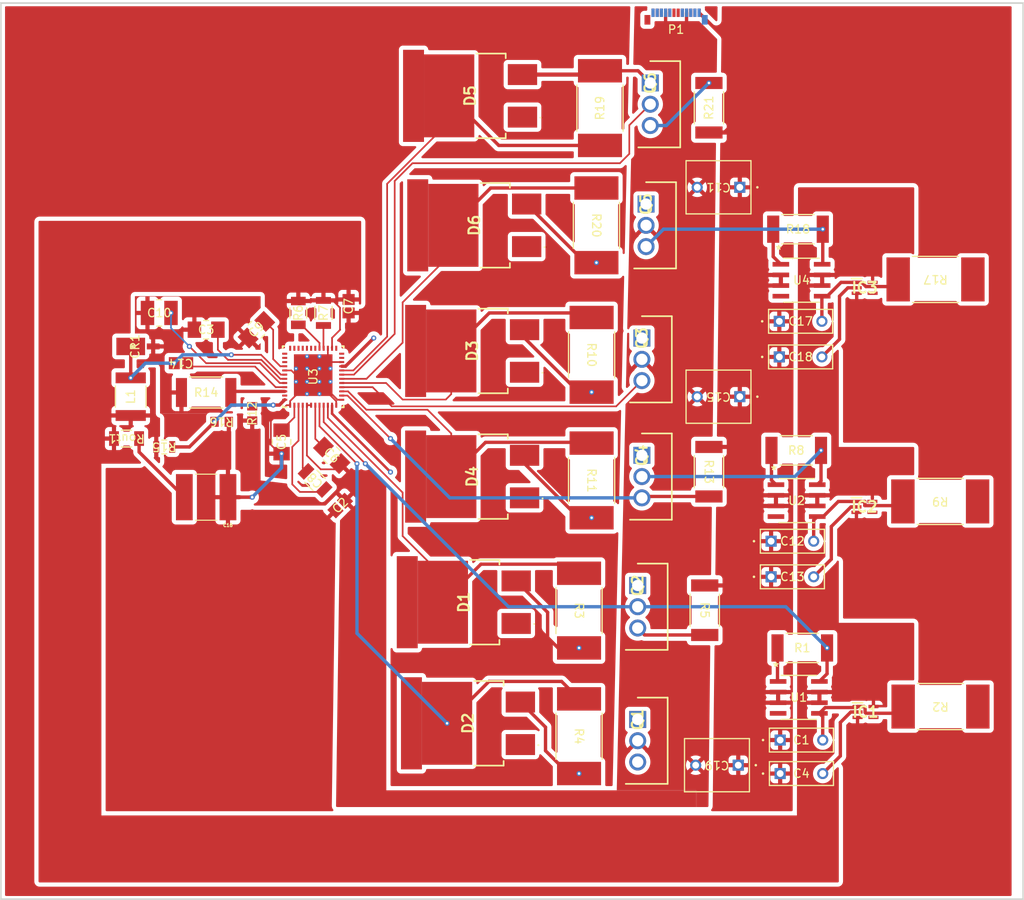
<source format=kicad_pcb>
(kicad_pcb (version 20241229) (generator "pcbnew") (generator_version "9.0")
  (layers (0 "F.Cu" signal) (4 "In1.Cu" signal) (6 "In2.Cu" signal) (2 "B.Cu" signal) (13 "F.Paste" user) (15 "B.Paste" user) (5 "F.SilkS" user "F.Silkscreen") (7 "B.SilkS" user "B.Silkscreen") (1 "F.Mask" user) (3 "B.Mask" user) (25 "Edge.Cuts" user))
  (net 0 "")
  (net 1 "GND")
  (net 2 "Net-(IC3-B)")
  (net 3 "Net-(IC2-B)")
  (net 4 "/ATV Motor Driver/Supply")
  (net 5 "/ATV Motor Driver/SW3")
  (net 6 "/ATV Motor Driver/SW2")
  (net 7 "/ATV Motor Driver/SW1")
  (net 8 "Net-(IC1-B)")
  (net 9 "Net-(D1-A)")
  (net 12 "/ATV Motor Driver/GL_A")
  (net 13 "/ATV Motor Driver/GH_A")
  (net 15 "Net-(D2-A)")
  (net 18 "/ATV Motor Driver/GH_B")
  (net 19 "Net-(D3-A)")
  (net 23 "/ATV Motor Driver/GL_B")
  (net 24 "Net-(D4-A)")
  (net 27 "Net-(D5-A)")
  (net 28 "/ATV Motor Driver/GL_C")
  (net 29 "Net-(D6-A)")
  (net 32 "/ATV Motor Driver/GH_C")
  (net 33 "/ATV Motor Driver/CURRENT_FILTER")
  (net 34 "/ATV Motor Driver/SH_A")
  (net 35 "/ATV Motor Driver/SPA")
  (net 36 "/ATV Motor Driver/SH_B")
  (net 37 "/ATV Motor Driver/SPB")
  (net 38 "/ATV Motor Driver/SH_C")
  (net 39 "/ATV Motor Driver/SPC")
  (net 40 "/ATV Motor Driver/PH_A")
  (net 41 "/ATV Motor Driver/PH_B")
  (net 42 "/ATV Motor Driver/CURRENT_A")
  (net 43 "/ATV Motor Driver/PH_C")
  (net 44 "/ATV Motor Driver/CURRENT_B")
  (net 45 "/ATV Motor Driver/CURRENT_C")
  (net 46 "Net-(U3-VIN)")
  (net 49 "/DRV8350rhrgzr/SOC")
  (net 50 "/DRV8350rhrgzr/SOA")
  (net 51 "/DRV8350rhrgzr/INLA")
  (net 52 "/DRV8350rhrgzr/SDO")
  (net 53 "/DRV8350rhrgzr/INLB")
  (net 54 "/DRV8350rhrgzr/SOB")
  (net 55 "/DRV8350rhrgzr/INLC")
  (net 56 "/DRV8350rhrgzr/INHA")
  (net 57 "/DRV8350rhrgzr/FAULT")
  (net 58 "/DRV8350rhrgzr/INHC")
  (net 59 "/DRV8350rhrgzr/INHB")
  (net 60 "Net-(U3-VGLS)")
  (net 61 "Net-(U3-VCP)")
  (net 62 "Net-(U3-CPH)")
  (net 63 "Net-(U3-CPL)")
  (net 64 "Net-(U3-VCC)")
  (net 65 "Net-(U3-SW)")
  (net 66 "Net-(U3-BST)")
  (net 67 "Net-(C16-Pad2)")
  (net 68 "Net-(U3-RT_SD)")
  (net 69 "Net-(U3-RCL)")
  (net 70 "Net-(U3-FB)")
  (net 75 "Net-(U3-DVDD)")
  (net 77 "VCC")
  (footprint "ATV_Footprint:RES_VMS-R500-1.0-U_IAT" (layer "F.Cu") (at 145.1411 105)
    (property "Reference" "R1")
    (property "Value" "VMS-R500-1.0-U" (hide yes))
  )
  (footprint "ATV_Footprint:CAP_R82E-7P4X2P6-5P0_KEM" (layer "F.Cu") (at 141.42 92.2556)
    (property "Reference" "C12")
    (property "Value" "R82EC1100AA50J" (hide yes))
  )
  (footprint "ATV_Footprint:RES_3550_TEC" (layer "F.Cu") (at 118.5 100.54 -90)
    (property "Reference" "R3")
    (property "Value" "35501K0JT" (hide yes))
  )
  (footprint "ATV_Footprint:POWERMITE1_DO-216AA_MIS_MCH" (layer "F.Cu") (at 65.5207 69 90)
    (property "Reference" "CR1")
    (property "Value" "UPS115UE3/TR7" (hide yes))
  )
  (footprint "ATV_Footprint:RES_VMS-R500-1.0-U_IAT" (layer "F.Cu") (at 144.4205 81.4118)
    (property "Reference" "R8")
    (property "Value" "VMS-R500-1.0-U" (hide yes))
  )
  (footprint "ATV_Footprint:CAP_R82E-7P5X6P1-5P0_KEM" (layer "F.Cu") (at 137.6844 75 180)
    (property "Reference" "C15")
    (property "Value" "R82EC4100DQ70J" (hide yes))
  )
  (footprint "ATV_Footprint:CAPC220145_88N_KEM" (layer "F.Cu") (at 71 71 180)
    (property "Reference" "C14")
    (property "Value" "C0805C103K1RACAUTO" (hide yes))
  )
  (footprint "ATV_Footprint:RES_3550_TEC" (layer "F.Cu") (at 118.5 115.54 -90)
    (property "Reference" "R4")
    (property "Value" "35501K0JT")
  )
  (footprint "ATV_Footprint:CAPC370290_115N_KEM" (layer "F.Cu") (at 68.402798 65)
    (property "Reference" "C10")
    (property "Value" "C1210X474K1RACAUTO" (hide yes))
  )
  (footprint "ATV_Footprint:RES_CRCW_0805" (layer "F.Cu") (at 69 81 180)
    (property "Reference" "R15")
    (property "Value" "CRCW08053K01FKEA" (hide yes))
  )
  (footprint "ATV_Footprint:CAP_R82E-7P4X2P6-5P0_KEM" (layer "F.Cu") (at 142.5 116)
    (property "Reference" "C1")
    (property "Value" "R82EC1100AA50J" (hide yes))
  )
  (footprint "ATV_Footprint:TO254P500X1010X2050-3P" (layer "F.Cu") (at 126.5 52 -90)
    (property "Reference" "Q5")
    (property "Value" "R6020ENXC7G" (hide yes))
  )
  (footprint "ATV_Footprint:RGZ0048L" (layer "F.Cu") (at 86.7763 72.6164 90)
    (property "Reference" "U3")
    (property "Value" "DRV8353RHRGZR" (hide yes))
  )
  (footprint "ATV_Footprint:CAP_R82E-7P4X2P6-5P0_KEM" (layer "F.Cu") (at 141.42 96.5068)
    (property "Reference" "C13")
    (property "Value" "R82EC2150AA50K" (hide yes))
  )
  (footprint "ATV_Footprint:CAPC370195_180N_KEM" (layer "F.Cu") (at 83 80.402798 90)
    (property "Reference" "C5")
    (property "Value" "C1206X105K1RACAUTO" (hide yes))
  )
  (footprint "ATV_Footprint:RES_VMS-R500-1.0-U_IAT" (layer "F.Cu") (at 133.5 100.4967 -90)
    (property "Reference" "R5")
    (property "Value" "VMS-R500-1.0-U" (hide yes))
  )
  (footprint "ATV_Footprint:RES_RMCF1206_STP" (layer "F.Cu") (at 64.5014 80 180)
    (property "Reference" "Rout1")
    (property "Value" "RMCF1206FT3R00" (hide yes))
  )
  (footprint "ATV_Footprint:RES_RMCF2512_STP" (layer "F.Cu") (at 74 74.5)
    (property "Reference" "R14")
    (property "Value" "RMCF2512FT332K" (hide yes))
  )
  (footprint "ATV_Footprint:RES_3550_TEC" (layer "F.Cu") (at 161.6344 112 180)
    (property "Reference" "R2")
    (property "Value" "35501K0JT" (hide yes))
  )
  (footprint "ATV_Footprint:CAPC6153X670N" (layer "F.Cu") (at 74 87 180)
    (property "Reference" "C16")
    (property "Value" "KRM55WR72A226MH01L")
  )
  (footprint "ATV_Footprint:TO254P500X1010X2050-3P" (layer "F.Cu") (at 127 37.5423 -90)
    (property "Reference" "Q6")
    (property "Value" "R6020ENXC7G" (hide yes))
  )
  (footprint "ATV_Footprint:TO254P500X1010X2050-3P" (layer "F.Cu") (at 126 82 -90)
    (property "Reference" "Q4")
    (property "Value" "R6020ENXC7G" (hide yes))
  )
  (footprint "ATV_Footprint:CAPC370195_180N_KEM" (layer "F.Cu") (at 80 67 45)
    (property "Reference" "C9")
    (property "Value" "C1206X105K1RACAUTO" (hide yes))
  )
  (footprint "ATV_Footprint:SOT65P210X110-5N" (layer "F.Cu") (at 152.5846 62)
    (property "Reference" "IC3")
    (property "Value" "SN74LVC1G66DCKR" (hide yes))
  )
  (footprint "ATV_Footprint:YQ30NL10SEFHTL" (layer "F.Cu") (at 105 114 90)
    (property "Reference" "D2")
    (property "Value" "YQ20NL10SDTL" (hide yes))
  )
  (footprint "ATV_Footprint:R_8_ADI" (layer "F.Cu") (at 144.7206 110.905)
    (property "Reference" "U1")
    (property "Value" "AD8418WBRZ")
  )
  (footprint "ATV_Footprint:YQ30NL10SEFHTL" (layer "F.Cu") (at 105.5 84.54 90)
    (property "Reference" "D4")
    (property "Value" "YQ20NL10SDTL" (hide yes))
  )
  (footprint "ATV_Footprint:SOT65P210X110-5N" (layer "F.Cu") (at 152.6844 112.65)
    (property "Reference" "IC1")
    (property "Value" "SN74LVC1G66DCKR" (hide yes))
  )
  (footprint "ATV_Footprint:RC0805N_PAN" (layer "F.Cu") (at 75.852799 78 180)
    (property "Reference" "R16")
    (property "Value" "ERA-6AEB102V" (hide yes))
  )
  (footprint "ATV_Footprint:RES_3550_TEC" (layer "F.Cu") (at 120 70 -90)
    (property "Reference" "R10")
    (property "Value" "35501K0JT" (hide yes))
  )
  (footprint "ATV_Footprint:CAPC220145_110N_KEM" (layer "F.Cu") (at 91 64.197201 90)
    (property "Reference" "C7")
    (property "Value" "C0805C104K1RECAUTO" (hide yes))
  )
  (footprint "ATV_Footprint:YQ30NL10SEFHTL" (layer "F.Cu") (at 105.5 69.54 90)
    (property "Reference" "D3")
    (property "Value" "YQ20NL10SDTL" (hide yes))
  )
  (footprint "ATV_Footprint:CAPC220145_110N_KEM" (layer "F.Cu") (at 90 88 45)
    (property "Reference" "C2")
    (property "Value" "C0805C104K1RECAUTO" (hide yes))
  )
  (footprint "ATV_Footprint:RES_3550_TEC" (layer "F.Cu") (at 161.6044 87.5068 180)
    (property "Reference" "R9")
    (property "Value" "35501K0JT" (hide yes))
  )
  (footprint "ATV_Footprint:TO254P500X1010X2050-3P" (layer "F.Cu") (at 125.5 97.54 -90)
    (property "Reference" "Q2")
    (property "Value" "R6020ENXC7G" (hide yes))
  )
  (footprint "ATV_Footprint:YQ30NL10SEFHTL" (layer "F.Cu") (at 105.75 54.54 90)
    (property "Reference" "D6")
    (property "Value" "YQ20NL10SDTL" (hide yes))
  )
  (footprint "ATV_Footprint:R_8_ADI" (layer "F.Cu") (at 145.0484 61.095)
    (property "Reference" "U4")
    (property "Value" "AD8418WBRZ" (hide yes))
  )
  (footprint "ATV_Footprint:RES_VMS-R500-1.0-U_IAT" (layer "F.Cu") (at 144.6279 55)
    (property "Reference" "R18")
    (property "Value" "VMS-R500-1.0-U" (hide yes))
  )
  (footprint "ATV_Footprint:CAPC370195_180N_KEM" (layer "F.Cu") (at 88.991928 81.991928 -45)
    (property "Reference" "C6")
    (property "Value" "C1206X105K1RACAUTO" (hide yes))
  )
  (footprint "ATV_Footprint:R_8_ADI" (layer "F.Cu") (at 144.4638 87.4118)
    (property "Reference" "U2")
    (property "Value" "AD8418WBRZ" (hide yes))
  )
  (footprint "ATV_Footprint:STA_RMCF1206_STP" (layer "F.Cu") (at 85 65 90)
    (property "Reference" "R6")
    (property "Value" "RMCF1206JT1K00" (hide yes))
  )
  (footprint "ATV_Footprint:YQ30NL10SEFHTL" (layer "F.Cu") (at 105.25 39.08 90)
    (property "Reference" "D5")
    (property "Value" "YQ20NL10SDTL" (hide yes))
  )
  (footprint "ATV_Footprint:RES_3550_TEC" (layer "F.Cu") (at 120 85 -90)
    (property "Reference" "R11")
    (property "Value" "35501K0JT" (hide yes))
  )
  (footprint "ATV_Footprint:RC0805N_PAN" (layer "F.Cu") (at 79.5 77 90)
    (property "Reference" "R12")
    (property "Value" "ERJ-6ENF3243V" (hide yes))
  )
  (footprint "ATV_Footprint:CAP_R82E-7P4X2P6-5P0_KEM" (layer "F.Cu") (at 142.4002 70.2512)
    (property "Reference" "C18")
    (property "Value" "R82EC2150AA50K" (hide yes))
  )
  (footprint "ATV_Footprint:RES_VMS-R500-1.0-U_IAT" (layer "F.Cu") (at 134 83.9567 -90)
    (property "Reference" "R13")
    (property "Value" "VMS-R500-1.0-U" (hide yes))
  )
  (footprint "ATV_Footprint:CAP_R82E-7P4X2P6-5P0_KEM" (layer "F.Cu") (at 142.5 120)
    (property "Reference" "C4")
    (property "Value" "R82EC2150AA50K" (hide yes))
  )
  (footprint "ATV_Footprint:IND_EPCOS_B82432T_EPC" (layer "F.Cu") (at 65 75 90)
    (property "Reference" "L1")
    (property "Value" "B82432T1274K000" (hide yes))
  )
  (footprint "ATV_Footprint:CAPC370195_180N_KEM" (layer "F.Cu") (at 74 67)
    (property "Reference" "C3")
    (property "Value" "C1206X105K1RACAUTO" (hide yes))
  )
  (footprint "ATV_Footprint:YQ30NL10SEFHTL" (layer "F.Cu") (at 104.5 99.54 90)
    (property "Reference" "D1")
    (property "Value" "YQ20NL10SDTL" (hide yes))
  )
  (footprint "ATV_Footprint:TO254P500X1010X2050-3P" (layer "F.Cu") (at 126 68 -90)
    (property "Reference" "Q3")
    (property "Value" "R6020ENXC7G" (hide yes))
  )
  (footprint "ATV_Footprint:SOT65P210X110-5N" (layer "F.Cu") (at 152.5544 88.1568)
    (property "Reference" "IC2")
    (property "Value" "SN74LVC1G66DCKR" (hide yes))
  )
  (footprint "ATV_Footprint:RES_VMS-R500-1.0-U_IAT" (layer "F.Cu") (at 134 40.499 90)
    (property "Reference" "R21")
    (property "Value" "VMS-R500-1.0-U" (hide yes))
  )
  (footprint "ATV_Footprint:STA_RNCF1206_STP" (layer "F.Cu") (at 88 65 90)
    (property "Reference" "R7")
    (property "Value" "RNCF1206TKY10K0" (hide yes))
  )
  (footprint "ATV_Footprint:CAPC340180_180N_KEM" (layer "F.Cu") (at 87 85 135)
    (property "Reference" "C8")
    (property "Value" "C1206C474K1RECAUTO" (hide yes))
  )
  (footprint "ATV_Footprint:RES_3550_TEC" (layer "F.Cu") (at 161.0423 61 180)
    (property "Reference" "R17")
    (property "Value" "35501K0JT" (hide yes))
  )
  (footprint "Connector_USB:USB_C_Plug_Molex_105444" (layer "F.Cu") (at 130.08 29.12)
    (property "Reference" "P1")
    (property "Value" "USB_C_Plug_USB2.0" (hide yes))
  )
  (footprint "ATV_Footprint:RES_3550_TEC" (layer "F.Cu") (at 120.575 54.54 -90)
    (property "Reference" "R20")
    (property "Value" "35501K0JT" (hide yes))
  )
  (footprint "ATV_Footprint:CAP_R82E-7P5X6P1-5P0_KEM" (layer "F.Cu") (at 137.5 119 180)
    (property "Reference" "C19")
    (property "Value" "R82EC4100DQ70J" (hide yes))
  )
  (footprint "ATV_Footprint:TO254P500X1010X2050-3P" (layer "F.Cu") (at 125.5 113.54 -90)
    (property "Reference" "Q1")
    (property "Value" "R6020ENXC7G" (hide yes))
  )
  (footprint "ATV_Footprint:RES_3550_TEC" (layer "F.Cu") (at 121 40.5423 90)
    (property "Reference" "R19")
    (property "Value" "35501K0JT" (hide yes))
  )
  (footprint "ATV_Footprint:CAP_R82E-7P5X6P1-5P0_KEM" (layer "F.Cu") (at 137.6844 50 180)
    (property "Reference" "C11")
    (property "Value" "R82EC4100DQ70J" (hide yes))
  )
  (footprint "ATV_Footprint:CAP_R82E-7P4X2P6-5P0_KEM" (layer "F.Cu") (at 142.4002 66)
    (property "Reference" "C17")
    (property "Value" "R82EC1100AA50J" (hide yes))
  )
  (gr_rect (start 49.5 28) (end 171.5 135) (stroke (width 0.2)) (fill no) (layer "Edge.Cuts"))
  (segment (start 76.603 87) (end 79.5 87) (width 0.4) (layer "F.Cu") (net 1))
  (segment (start 88.0673 73.757398) (end 88.0673 72.985167) (width 0.2) (layer "F.Cu") (net 1))
  (segment (start 88.526302 69.216399) (end 88.526302 70.310632) (width 0.2) (layer "F.Cu") (net 1))
  (segment (start 87.744533 73.764398) (end 87.288069 73.764398) (width 0.2) (layer "F.Cu") (net 1))
  (segment (start 89.676302 75.3664) (end 88.0673 73.757398) (width 0.2) (layer "F.Cu") (net 1))
  (segment (start 79.008072 67.991928) (end 79.008072 68.08727) (width 0.2) (layer "F.Cu") (net 1))
  (segment (start 90.176301 75.3664) (end 89.676302 75.3664) (width 0.2) (layer "F.Cu") (net 1))
  (segment (start 137.5 33.83) (end 137.5 41.7813) (width 0.41) (layer "F.Cu") (net 1))
  (segment (start 86.264531 73.764398) (end 86.7763 73.252629) (width 0.2) (layer "F.Cu") (net 1))
  (segment (start 81.724002 80.743033) (end 81.724002 77.896202) (width 0.2) (layer "F.Cu") (net 1))
  (segment (start 87.510532 72.428399) (end 86.7763 72.428399) (width 0.2) (layer "F.Cu") (net 1))
  (segment (start 81.724002 77.896202) (end 83.603803 76.016401) (width 0.2) (layer "F.Cu") (net 1))
  (segment (start 137.5 41.7813) (end 135.8256 43.4557) (width 0.4) (layer "F.Cu") (net 1))
  (segment (start 88.0673 71.415168) (end 88.0673 71.871632) (width 0.2) (layer "F.Cu") (net 1))
  (segment (start 88.0673 71.871632) (end 87.510533 72.428399) (width 0.2) (layer "F.Cu") (net 1))
  (segment (start 87.288069 71.092401) (end 86.7763 71.60417) (width 0.2) (layer "F.Cu") (net 1))
  (segment (start 86.7763 71.60417) (end 86.7763 72.428399) (width 0.2) (layer "F.Cu") (net 1))
  (segment (start 83 81.805596) (end 82.786565 81.805596) (width 0.2) (layer "F.Cu") (net 1))
  (segment (start 89.5263 75.546165) (end 87.744533 73.764398) (width 0.2) (layer "F.Cu") (net 1))
  (segment (start 132.83 29.16) (end 137.5 33.83) (width 0.4) (layer "F.Cu") (net 1))
  (segment (start 84.0263 76.016401) (end 84.0263 75.516402) (width 0.2) (layer "F.Cu") (net 1))
  (segment (start 83.603803 76.016401) (end 84.0263 76.016401) (width 0.2) (layer "F.Cu") (net 1))
  (segment (start 89.5263 76.016401) (end 89.5263 75.546165) (width 0.2) (layer "F.Cu") (net 1))
  (segment (start 84.732067 72.428399) (end 86.7763 72.428399) (width 0.2) (layer "F.Cu") (net 1))
  (segment (start 90.176301 70.866398) (end 88.61607 70.866398) (width 0.2) (layer "F.Cu") (net 1))
  (segment (start 87.744533 71.092401) (end 87.288069 71.092401) (width 0.2) (layer "F.Cu") (net 1))
  (segment (start 86.7763 73.252629) (end 86.7763 72.428399) (width 0.2) (layer "F.Cu") (net 1))
  (segment (start 84.0263 75.516402) (end 85.778304 73.764398) (width 0.2) (layer "F.Cu") (net 1))
  (segment (start 88.526302 70.310632) (end 87.744533 71.092401) (width 0.2) (layer "F.Cu") (net 1))
  (segment (start 135.8256 43.4557) (end 134 43.4557) (width 0.4) (layer "F.Cu") (net 1))
  (segment (start 88.0673 72.985167) (end 87.510532 72.428399) (width 0.2) (layer "F.Cu") (net 1))
  (segment (start 88.61607 70.866398) (end 88.0673 71.415168) (width 0.2) (layer "F.Cu") (net 1))
  (segment (start 82.786565 81.805596) (end 81.724002 80.743033) (width 0.2) (layer "F.Cu") (net 1))
  (segment (start 83.376299 71.866399) (end 84.170067 71.866399) (width 0.2) (layer "F.Cu") (net 1))
  (segment (start 84.170067 71.866399) (end 84.732067 72.428399) (width 0.2) (layer "F.Cu") (net 1))
  (segment (start 87.510533 72.428399) (end 86.7763 72.428399) (width 0.2) (layer "F.Cu") (net 1))
  (segment (start 87.288069 73.764398) (end 86.7763 73.252629) (width 0.2) (layer "F.Cu") (net 1))
  (segment (start 85.778304 73.764398) (end 86.264531 73.764398) (width 0.2) (layer "F.Cu") (net 1))
  (via (at 79.5 87) (size 0.6) (drill 0.3) (layers "F.Cu" "B.Cu") (net 1))
  (via (at 83 81.805596) (size 0.6) (drill 0.3) (layers "F.Cu" "B.Cu") (net 1))
  (segment (start 79.5 87) (end 83 83.5) (width 0.4) (layer "B.Cu") (net 1))
  (segment (start 83 83.5) (end 83 81.805596) (width 0.4) (layer "B.Cu") (net 1))
  (segment (start 151.6346 62) (end 150.5846 62) (width 0.4) (layer "F.Cu") (net 2))
  (segment (start 149.5846 63) (end 149.5846 68.1468) (width 0.4) (layer "F.Cu") (net 2))
  (segment (start 150.5846 62) (end 149.5846 63) (width 0.4) (layer "F.Cu") (net 2))
  (segment (start 149.5846 68.1468) (end 147.4802 70.2512) (width 0.4) (layer "F.Cu") (net 2))
  (segment (start 148.6044 90.5068) (end 150.9544 88.1568) (width 0.4) (layer "F.Cu") (net 3))
  (segment (start 150.9544 88.1568) (end 151.6044 88.1568) (width 0.4) (layer "F.Cu") (net 3))
  (segment (start 148.6044 94.4024) (end 148.6044 90.5068) (width 0.4) (layer "F.Cu") (net 3))
  (segment (start 146.5 96.5068) (end 148.6044 94.4024) (width 0.4) (layer "F.Cu") (net 3))
  (segment (start 86.026302 76.016401) (end 86.026302 82.026302) (width 0.2) (layer "F.Cu") (net 4))
  (segment (start 86.026302 82.026302) (end 87.673284 83.673284) (width 0.2) (layer "F.Cu") (net 4))
  (segment (start 87.673284 83.673284) (end 89.294428 83.673284) (width 0.2) (layer "F.Cu") (net 4))
  (segment (start 128.83 29.16) (end 128.83 30.67) (width 0.4) (layer "F.Cu") (net 4))
  (segment (start 131.33 29.16) (end 131.33 30.83) (width 0.4) (layer "F.Cu") (net 4))
  (segment (start 86.026302 76.016401) (end 86.5263 76.016401) (width 0.2) (layer "F.Cu") (net 4))
  (segment (start 89.294428 83.673284) (end 89.983856 82.983856) (width 0.2) (layer "F.Cu") (net 4))
  (segment (start 155.7336 61.851) (end 156.5846 61) (width 0.2) (layer "F.Cu") (net 5))
  (segment (start 156.5846 61) (end 156.4336 60.849) (width 0.2) (layer "F.Cu") (net 5))
  (segment (start 152.7356 61.851) (end 155.7336 61.851) (width 0.4) (layer "F.Cu") (net 5))
  (segment (start 147.4802 66) (end 147.4802 63.032) (width 0.4) (layer "F.Cu") (net 5))
  (segment (start 147.4802 63.032) (end 147.5122 63) (width 0.2) (layer "F.Cu") (net 5))
  (segment (start 152.2346 61.35) (end 152.7356 61.851) (width 0.4) (layer "F.Cu") (net 5))
  (segment (start 149.7642 61.35) (end 148.1142 63) (width 0.4) (layer "F.Cu") (net 5))
  (segment (start 151.6346 61.35) (end 149.7642 61.35) (width 0.4) (layer "F.Cu") (net 5))
  (segment (start 151.6346 61.35) (end 152.2346 61.35) (width 0.4) (layer "F.Cu") (net 5))
  (segment (start 148.1142 63) (end 147.5122 63) (width 0.4) (layer "F.Cu") (net 5))
  (segment (start 152.6034 87.5068) (end 152.6034 88.0078) (width 0.4) (layer "F.Cu") (net 6))
  (segment (start 151.6044 87.5068) (end 152.6034 87.5068) (width 0.4) (layer "F.Cu") (net 6))
  (segment (start 146.9276 89.3168) (end 147.6388 89.3168) (width 0.2) (layer "F.Cu") (net 6))
  (segment (start 146.5 89.7444) (end 146.9276 89.3168) (width 0.4) (layer "F.Cu") (net 6))
  (segment (start 147.6388 89.3168) (end 149.4488 87.5068) (width 0.4) (layer "F.Cu") (net 6))
  (segment (start 149.4488 87.5068) (end 151.6044 87.5068) (width 0.4) (layer "F.Cu") (net 6))
  (segment (start 146.5 92.2556) (end 146.5 89.7444) (width 0.4) (layer "F.Cu") (net 6))
  (segment (start 152.6034 88.0078) (end 156.6457 88.0078) (width 0.4) (layer "F.Cu") (net 6))
  (segment (start 156.6457 88.0078) (end 157.1467 87.5068) (width 0.2) (layer "F.Cu") (net 6))
  (segment (start 147.58 116) (end 147.58 113.2056) (width 0.4) (layer "F.Cu") (net 7))
  (segment (start 147.58 113.2056) (end 147.1844 112.81) (width 0.4) (layer "F.Cu") (net 7))
  (segment (start 147.1844 112.81) (end 147.8956 112.81) (width 0.2) (layer "F.Cu") (net 7))
  (segment (start 152.7374 112.799) (end 152.6354 112.697) (width 0.4) (layer "F.Cu") (net 7))
  (segment (start 152.6354 112.697) (end 152.6354 112.101) (width 0.4) (layer "F.Cu") (net 7))
  (segment (start 151.614 112.1204) (end 147.874 112.1204) (width 0.4) (layer "F.Cu") (net 7))
  (segment (start 156.3777 112.799) (end 152.7374 112.799) (width 0.4) (layer "F.Cu") (net 7))
  (segment (start 151.7344 112) (end 151.614 112.1204) (width 0.4) (layer "F.Cu") (net 7))
  (segment (start 147.874 112.1204) (end 147.1844 112.81) (width 0.4) (layer "F.Cu") (net 7))
  (segment (start 152.6354 112.101) (end 152.5344 112) (width 0.4) (layer "F.Cu") (net 7))
  (segment (start 157.1767 112) (end 156.3777 112.799) (width 0.2) (layer "F.Cu") (net 7))
  (segment (start 152.5344 112) (end 151.7344 112) (width 0.4) (layer "F.Cu") (net 7))
  (segment (start 150.9344 112.65) (end 149.6844 113.9) (width 0.4) (layer "F.Cu") (net 8))
  (segment (start 149.6844 117.8956) (end 147.58 120) (width 0.4) (layer "F.Cu") (net 8))
  (segment (start 151.7344 112.65) (end 150.9344 112.65) (width 0.4) (layer "F.Cu") (net 8))
  (segment (start 149.6844 113.9) (end 149.6844 117.8956) (width 0.4) (layer "F.Cu") (net 8))
  (segment (start 114.75 103.75) (end 115.9977 104.9977) (width 0.4) (layer "F.Cu") (net 9))
  (segment (start 115.9977 104.9977) (end 118.5 104.9977) (width 0.4) (layer "F.Cu") (net 9))
  (segment (start 111 97) (end 114.75 100.75) (width 0.4) (layer "F.Cu") (net 9))
  (segment (start 114.75 100.75) (end 114.75 103.75) (width 0.4) (layer "F.Cu") (net 9))
  (via (at 118.5 104.9977) (size 0.6) (drill 0.3) (layers "F.Cu" "B.Cu") (net 9))
  (segment (start 106.79 95) (end 117.4177 95) (width 0.4) (layer "F.Cu") (net 12))
  (segment (start 102.25 99.54) (end 106.79 95) (width 0.4) (layer "F.Cu") (net 12))
  (segment (start 97.449 91.637) (end 102.25 96.438) (width 0.2) (layer "F.Cu") (net 12))
  (segment (start 88.526302 77.526302) (end 97.449 86.449) (width 0.2) (layer "F.Cu") (net 12))
  (segment (start 102.25 96.438) (end 102.25 99.54) (width 0.2) (layer "F.Cu") (net 12))
  (segment (start 97.449 86.449) (end 97.449 91.637) (width 0.2) (layer "F.Cu") (net 12))
  (segment (start 117.4177 95) (end 118.5 96.0823) (width 0.4) (layer "F.Cu") (net 12))
  (segment (start 88.526302 76.016401) (end 88.526302 77.526302) (width 0.2) (layer "F.Cu") (net 12))
  (segment (start 87.526301 76.016401) (end 87.526301 78.526301) (width 0.2) (layer "F.Cu") (net 13))
  (segment (start 87.526301 78.526301) (end 92 83) (width 0.2) (layer "F.Cu") (net 13))
  (segment (start 107.75 109) (end 102.75 114) (width 0.4) (layer "F.Cu") (net 13))
  (segment (start 116.4177 109) (end 107.75 109) (width 0.4) (layer "F.Cu") (net 13))
  (segment (start 118.5 111.0823) (end 116.4177 109) (width 0.4) (layer "F.Cu") (net 13))
  (via (at 92 83) (size 0.6) (drill 0.3) (layers "F.Cu" "B.Cu") (net 13))
  (via (at 102.75 114) (size 0.6) (drill 0.3) (layers "F.Cu" "B.Cu") (net 13))
  (segment (start 92 103.25) (end 102.75 114) (width 0.4) (layer "B.Cu") (net 13))
  (segment (start 92 83) (end 92 103.25) (width 0.4) (layer "B.Cu") (net 13))
  (segment (start 111.5 111.46) (end 114.5 114.46) (width 0.4) (layer "F.Cu") (net 15))
  (segment (start 114.5 117.270836) (end 117.226864 119.9977) (width 0.4) (layer "F.Cu") (net 15))
  (segment (start 114.5 114.46) (end 114.5 117.270836) (width 0.4) (layer "F.Cu") (net 15))
  (segment (start 117.226864 119.9977) (end 118.5 119.9977) (width 0.4) (layer "F.Cu") (net 15))
  (via (at 118.5 119.9977) (size 0.6) (drill 0.3) (layers "F.Cu" "B.Cu") (net 15))
  (segment (start 97.449 75.341) (end 102.599 75.341) (width 0.2) (layer "F.Cu") (net 18))
  (segment (start 119.9067 65.449) (end 119.4577 65) (width 0.4) (layer "F.Cu") (net 18))
  (segment (start 119.4577 65) (end 107.79 65) (width 0.4) (layer "F.Cu") (net 18))
  (segment (start 103.25 74.69) (end 103.25 69.54) (width 0.2) (layer "F.Cu") (net 18))
  (segment (start 95.474398 73.366398) (end 97.449 75.341) (width 0.2) (layer "F.Cu") (net 18))
  (segment (start 107.79 65) (end 103.25 69.54) (width 0.4) (layer "F.Cu") (net 18))
  (segment (start 90.176301 73.366398) (end 95.474398 73.366398) (width 0.2) (layer "F.Cu") (net 18))
  (segment (start 102.599 75.341) (end 103.25 74.69) (width 0.2) (layer "F.Cu") (net 18))
  (segment (start 120 65.5423) (end 119.9067 65.449) (width 0.2) (layer "F.Cu") (net 18))
  (segment (start 118.4577 74.4577) (end 120 74.4577) (width 0.4) (layer "F.Cu") (net 19))
  (segment (start 112 68) (end 118.4577 74.4577) (width 0.4) (layer "F.Cu") (net 19))
  (segment (start 112 67) (end 112 68) (width 0.2) (layer "F.Cu") (net 19))
  (via (at 120 74.4577) (size 0.6) (drill 0.3) (layers "F.Cu" "B.Cu") (net 19))
  (segment (start 120 80.5423) (end 119.9067 80.449) (width 0.2) (layer "F.Cu") (net 23))
  (segment (start 100.4167 76.5567) (end 93.1238 76.5567) (width 0.2) (layer "F.Cu") (net 23))
  (segment (start 103.25 79.39) (end 100.4167 76.5567) (width 0.2) (layer "F.Cu") (net 23))
  (segment (start 103.25 84.54) (end 103.25 79.39) (width 0.2) (layer "F.Cu") (net 23))
  (segment (start 119.9067 80.449) (end 107.341 80.449) (width 0.4) (layer "F.Cu") (net 23))
  (segment (start 93.1238 76.5567) (end 90.933499 74.366399) (width 0.2) (layer "F.Cu") (net 23))
  (segment (start 90.933499 74.366399) (end 90.176301 74.366399) (width 0.2) (layer "F.Cu") (net 23))
  (segment (start 107.341 80.449) (end 103.25 84.54) (width 0.4) (layer "F.Cu") (net 23))
  (segment (start 112 83) (end 118.4577 89.4577) (width 0.4) (layer "F.Cu") (net 24))
  (segment (start 112 82) (end 112 83) (width 0.4) (layer "F.Cu") (net 24))
  (segment (start 118.4577 89.4577) (end 120 89.4577) (width 0.4) (layer "F.Cu") (net 24))
  (via (at 120 89.4577) (size 0.6) (drill 0.3) (layers "F.Cu" "B.Cu") (net 24))
  (segment (start 111.75 36.54) (end 120.5446 36.54) (width 0.5) (layer "F.Cu") (net 27))
  (segment (start 125.5423 36.0846) (end 127 37.5423) (width 0.4) (layer "F.Cu") (net 27))
  (segment (start 120.5446 36.54) (end 121 36.0846) (width 0.2) (layer "F.Cu") (net 27))
  (segment (start 121 36.0846) (end 125.5423 36.0846) (width 0.4) (layer "F.Cu") (net 27))
  (segment (start 108.92 45) (end 103 39.08) (width 0.4) (layer "F.Cu") (net 28))
  (segment (start 103 39.08) (end 103 42.182) (width 0.2) (layer "F.Cu") (net 28))
  (segment (start 91.566501 71.866399) (end 90.176301 71.866399) (width 0.2) (layer "F.Cu") (net 28))
  (segment (start 121 45) (end 108.92 45) (width 0.4) (layer "F.Cu") (net 28))
  (segment (start 103 42.182) (end 95.599 49.583) (width 0.2) (layer "F.Cu") (net 28))
  (segment (start 95.599 49.583) (end 95.599 67.8339) (width 0.2) (layer "F.Cu") (net 28))
  (segment (start 95.599 67.8339) (end 91.566501 71.866399) (width 0.2) (layer "F.Cu") (net 28))
  (segment (start 119.2477 58.9977) (end 120.575 58.9977) (width 0.4) (layer "F.Cu") (net 29))
  (segment (start 112.25 52) (end 119.2477 58.9977) (width 0.4) (layer "F.Cu") (net 29))
  (via (at 120.575 58.9977) (size 0.6) (drill 0.3) (layers "F.Cu" "B.Cu") (net 29))
  (segment (start 107.9577 50.0823) (end 120.575 50.0823) (width 0.4) (layer "F.Cu") (net 32))
  (segment (start 97.449 68.551) (end 97.449 63.739) (width 0.2) (layer "F.Cu") (net 32))
  (segment (start 93.1336 72.8664) (end 97.449 68.551) (width 0.2) (layer "F.Cu") (net 32))
  (segment (start 103.5 54.54) (end 107.9577 50.0823) (width 0.4) (layer "F.Cu") (net 32))
  (segment (start 103.5 57.688) (end 103.5 54.54) (width 0.2) (layer "F.Cu") (net 32))
  (segment (start 97.449 63.739) (end 103.5 57.688) (width 0.2) (layer "F.Cu") (net 32))
  (segment (start 90.176301 72.8664) (end 93.1336 72.8664) (width 0.2) (layer "F.Cu") (net 32))
  (segment (start 88.0263 76.016401) (end 88.0263 78.0263) (width 0.2) (layer "F.Cu") (net 34))
  (segment (start 148.0978 108.0866) (end 148.0978 105) (width 0.4) (layer "F.Cu") (net 34))
  (segment (start 88.0263 78.0263) (end 93 83) (width 0.2) (layer "F.Cu") (net 34))
  (segment (start 147.1844 109) (end 148.0978 108.0866) (width 0.4) (layer "F.Cu") (net 34))
  (via (at 148.0978 105) (size 0.6) (drill 0.3) (layers "F.Cu" "B.Cu") (net 34))
  (via (at 93 83) (size 0.6) (drill 0.3) (layers "F.Cu" "B.Cu") (net 34))
  (segment (start 143.1778 100.08) (end 148.0978 105) (width 0.4) (layer "B.Cu") (net 34))
  (segment (start 93 83) (end 110.08 100.08) (width 0.4) (layer "B.Cu") (net 34))
  (segment (start 125.5 100.08) (end 143.1778 100.08) (width 0.4) (layer "B.Cu") (net 34))
  (segment (start 110.08 100.08) (end 125.5 100.08) (width 0.4) (layer "B.Cu") (net 34))
  (segment (start 89.026301 77.026301) (end 96 84) (width 0.3) (layer "F.Cu") (net 35))
  (segment (start 133.5 103.4534) (end 126.3334 103.4534) (width 0.4) (layer "F.Cu") (net 35))
  (segment (start 89.026301 76.016401) (end 89.026301 77.026301) (width 0.3) (layer "F.Cu") (net 35))
  (segment (start 126.3334 103.4534) (end 125.5 102.62) (width 0.4) (layer "F.Cu") (net 35))
  (via (at 96 84) (size 0.6) (drill 0.3) (layers "F.Cu" "B.Cu") (net 35))
  (segment (start 147.3772 81.4118) (end 147.3772 85.0572) (width 0.4) (layer "F.Cu") (net 36))
  (segment (start 93.8664 73.8664) (end 96.1557 76.1557) (width 0.2) (layer "F.Cu") (net 36))
  (segment (start 96.1557 76.1557) (end 122.9243 76.1557) (width 0.2) (layer "F.Cu") (net 36))
  (segment (start 122.9243 76.1557) (end 126 73.08) (width 0.2) (layer "F.Cu") (net 36))
  (segment (start 90.176301 73.8664) (end 93.8664 73.8664) (width 0.2) (layer "F.Cu") (net 36))
  (segment (start 147.3772 85.0572) (end 146.9276 85.5068) (width 0.4) (layer "F.Cu") (net 36))
  (via (at 147.3772 81.4118) (size 0.6) (drill 0.3) (layers "F.Cu" "B.Cu") (net 36))
  (segment (start 144.249 84.54) (end 147.3772 81.4118) (width 0.4) (layer "B.Cu") (net 36))
  (segment (start 126 84.54) (end 144.249 84.54) (width 0.4) (layer "B.Cu") (net 36))
  (segment (start 134 86.9134) (end 126.1666 86.9134) (width 0.4) (layer "F.Cu") (net 37))
  (segment (start 90.176301 74.866401) (end 90.866401 74.866401) (width 0.2) (layer "F.Cu") (net 37))
  (segment (start 90.866401 74.866401) (end 96 80) (width 0.2) (layer "F.Cu") (net 37))
  (segment (start 126.1666 86.9134) (end 126 87.08) (width 0.4) (layer "F.Cu") (net 37))
  (via (at 96 80) (size 0.6) (drill 0.3) (layers "F.Cu" "B.Cu") (net 37))
  (segment (start 96 80) (end 103.08 87.08) (width 0.4) (layer "B.Cu") (net 37))
  (segment (start 103.08 87.08) (end 126 87.08) (width 0.4) (layer "B.Cu") (net 37))
  (segment (start 124.5 42.5823) (end 127 40.0823) (width 0.2) (layer "F.Cu") (net 38))
  (segment (start 147.5846 55) (end 147.5846 59.1176) (width 0.4) (layer "F.Cu") (net 38))
  (segment (start 96.5 49.2491) (end 98.62455 47.12455) (width 0.2) (layer "F.Cu") (net 38))
  (segment (start 98.62455 47.12455) (end 123.37545 47.12455) (width 0.2) (layer "F.Cu") (net 38))
  (segment (start 124.5 46) (end 124.5 42.5823) (width 0.2) (layer "F.Cu") (net 38))
  (segment (start 147.5846 59.1176) (end 147.5122 59.19) (width 0.2) (layer "F.Cu") (net 38))
  (segment (start 90.176301 72.3664) (end 91.6336 72.3664) (width 0.2) (layer "F.Cu") (net 38))
  (segment (start 96.5 67.5) (end 96.5 49.2491) (width 0.2) (layer "F.Cu") (net 38))
  (segment (start 91.6336 72.3664) (end 96.5 67.5) (width 0.2) (layer "F.Cu") (net 38))
  (segment (start 123.37545 47.12455) (end 124.5 46) (width 0.2) (layer "F.Cu") (net 38))
  (via (at 147.5846 55) (size 0.6) (drill 0.3) (layers "F.Cu" "B.Cu") (net 38))
  (segment (start 128.58 55) (end 147.5846 55) (width 0.4) (layer "B.Cu") (net 38))
  (segment (start 126.5 57.08) (end 128.58 55) (width 0.4) (layer "B.Cu") (net 38))
  (segment (start 94 68) (end 90.6336 71.3664) (width 0.4) (layer "F.Cu") (net 39))
  (segment (start 90.6336 71.3664) (end 90.176301 71.3664) (width 0.4) (layer "F.Cu") (net 39))
  (via (at 134 37.5423) (size 0.6) (drill 0.3) (layers "F.Cu" "B.Cu") (net 39))
  (via (at 94 68) (size 0.6) (drill 0.3) (layers "F.Cu" "B.Cu") (net 39))
  (segment (start 127 42.6223) (end 128.92 42.6223) (width 0.4) (layer "B.Cu") (net 39))
  (segment (start 128.92 42.6223) (end 134 37.5423) (width 0.4) (layer "B.Cu") (net 39))
  (segment (start 142.1844 105) (end 142.1844 108.9276) (width 0.4) (layer "F.Cu") (net 40))
  (segment (start 142.1844 108.9276) (end 142.2568 109) (width 0.2) (layer "F.Cu") (net 40))
  (segment (start 141.4638 81.4118) (end 141.4638 84.9706) (width 0.4) (layer "F.Cu") (net 41))
  (segment (start 141.4638 84.9706) (end 142 85.5068) (width 0.4) (layer "F.Cu") (net 41))
  (segment (start 141.6712 55) (end 141.6712 58.2766) (width 0.4) (layer "F.Cu") (net 43))
  (segment (start 141.6712 58.2766) (end 142.5846 59.19) (width 0.4) (layer "F.Cu") (net 43))
  (segment (start 82.8543 72.8664) (end 83.376299 72.8664) (width 0.2) (layer "F.Cu") (net 46))
  (segment (start 80.5869 70.599) (end 82.8543 72.8664) (width 0.2) (layer "F.Cu") (net 46))
  (segment (start 75.402798 67) (end 75.402798 69.402798) (width 0.2) (layer "F.Cu") (net 46))
  (segment (start 76.599 70.599) (end 80.5869 70.599) (width 0.2) (layer "F.Cu") (net 46))
  (segment (start 75.402798 69.402798) (end 76.599 70.599) (width 0.2) (layer "F.Cu") (net 46))
  (segment (start 87.526301 68.580401) (end 87.526301 69.216399) (width 0.2) (layer "F.Cu") (net 52))
  (segment (start 85 66.4224) (end 85.3683 66.4224) (width 0.2) (layer "F.Cu") (net 52))
  (segment (start 85.3683 66.4224) (end 87.526301 68.580401) (width 0.2) (layer "F.Cu") (net 52))
  (segment (start 88 69.190099) (end 88.0263 69.216399) (width 0.2) (layer "F.Cu") (net 57))
  (segment (start 88 66.4986) (end 88 69.190099) (width 0.2) (layer "F.Cu") (net 57))
  (segment (start 84.526299 77.473701) (end 84.526299 76.016401) (width 0.2) (layer "F.Cu") (net 60))
  (segment (start 83 79) (end 84.526299 77.473701) (width 0.2) (layer "F.Cu") (net 60))
  (segment (start 87.0263 80.0263) (end 87.0263 76.016401) (width 0.2) (layer "F.Cu") (net 61))
  (segment (start 88 81) (end 87.0263 80.0263) (width 0.2) (layer "F.Cu") (net 61))
  (segment (start 85.919684 83.919684) (end 85.5263 83.5263) (width 0.2) (layer "F.Cu") (net 62))
  (segment (start 85.5263 83.5263) (end 85.5263 76.016401) (width 0.2) (layer "F.Cu") (net 62))
  (segment (start 84.275998 85.46139) (end 84.275998 81) (width 0.2) (layer "F.Cu") (net 63))
  (segment (start 84.275998 81) (end 85.026301 80.249697) (width 0.2) (layer "F.Cu") (net 63))
  (segment (start 85.026301 80.249697) (end 85.026301 76.016401) (width 0.2) (layer "F.Cu") (net 63))
  (segment (start 85.187266 86.372658) (end 84.275998 85.46139) (width 0.2) (layer "F.Cu") (net 63))
  (segment (start 87.787974 86.372658) (end 85.187266 86.372658) (width 0.2) (layer "F.Cu") (net 63))
  (segment (start 88.080316 86.080316) (end 87.787974 86.372658) (width 0.2) (layer "F.Cu") (net 63))
  (segment (start 74.217406 71) (end 80.4208 71) (width 0.2) (layer "F.Cu") (net 64))
  (segment (start 82.787198 73.366398) (end 83.376299 73.366398) (width 0.2) (layer "F.Cu") (net 64))
  (segment (start 74 71) (end 72 69) (width 0.2) (layer "F.Cu") (net 64))
  (segment (start 80.4208 71) (end 82.787198 73.366398) (width 0.2) (layer "F.Cu") (net 64))
  (segment (start 69.805596 65) (end 70 65) (width 0.2) (layer "F.Cu") (net 64))
  (segment (start 74.217406 71) (end 74 71) (width 0.2) (layer "F.Cu") (net 64))
  (via (at 72 69) (size 0.6) (drill 0.3) (layers "F.Cu" "B.Cu") (net 64))
  (via (at 69.805596 65) (size 0.6) (drill 0.3) (layers "F.Cu" "B.Cu") (net 64))
  (segment (start 69.805596 66.805596) (end 69.805596 65) (width 0.2) (layer "B.Cu") (net 64))
  (segment (start 72 69) (end 69.805596 66.805596) (width 0.2) (layer "B.Cu") (net 64))
  (segment (start 82.9214 72.3664) (end 80.554 69.999) (width 0.2) (layer "F.Cu") (net 65))
  (segment (start 80.554 69.999) (end 77 69.999) (width 0.2) (layer "F.Cu") (net 65))
  (segment (start 65 69) (end 65 72.7521) (width 0.4) (layer "F.Cu") (net 65))
  (segment (start 83.376299 72.3664) (end 82.9214 72.3664) (width 0.2) (layer "F.Cu") (net 65))
  (via (at 70.197201 71) (size 0.6) (drill 0.3) (layers "F.Cu" "B.Cu") (net 65))
  (via (at 77 69.999) (size 0.6) (drill 0.3) (layers "F.Cu" "B.Cu") (net 65))
  (via (at 65 72.7521) (size 0.6) (drill 0.3) (layers "F.Cu" "B.Cu") (net 65))
  (segment (start 71.198201 69.999) (end 70.197201 71) (width 0.4) (layer "B.Cu") (net 65))
  (segment (start 77 69.999) (end 71.198201 69.999) (width 0.4) (layer "B.Cu") (net 65))
  (segment (start 70.197201 71) (end 66.7521 71) (width 0.4) (layer "B.Cu") (net 65))
  (segment (start 66.7521 71) (end 65 72.7521) (width 0.4) (layer "B.Cu") (net 65))
  (segment (start 83.376299 73.8664) (end 82.2993 73.8664) (width 0.2) (layer "F.Cu") (net 66))
  (segment (start 79.8339 71.401) (end 72.203799 71.401) (width 0.2) (layer "F.Cu") (net 66))
  (segment (start 82.2993 73.8664) (end 79.8339 71.401) (width 0.2) (layer "F.Cu") (net 66))
  (segment (start 72.203799 71.401) (end 71.802799 71) (width 0.2) (layer "F.Cu") (net 66))
  (segment (start 66 81.603) (end 71.397 87) (width 0.4) (layer "F.Cu") (net 67))
  (segment (start 66 80) (end 66 81.603) (width 0.4) (layer "F.Cu") (net 67))
  (segment (start 76.9464 74.5) (end 77.080001 74.366399) (width 0.2) (layer "F.Cu") (net 69))
  (segment (start 77.080001 74.366399) (end 83.376299 74.366399) (width 0.4) (layer "F.Cu") (net 69))
  (segment (start 72 81) (end 75 78) (width 0.4) (layer "F.Cu") (net 70))
  (segment (start 69.9525 81) (end 70 81) (width 0.2) (layer "F.Cu") (net 70))
  (segment (start 82 76) (end 82.742699 76) (width 0.4) (layer "F.Cu") (net 70))
  (segment (start 82.742699 76) (end 83.376299 75.3664) (width 0.4) (layer "F.Cu") (net 70))
  (segment (start 70 81) (end 72 81) (width 0.4) (layer "F.Cu") (net 70))
  (segment (start 75 78) (end 75 77.861565) (width 0.2) (layer "F.Cu") (net 70))
  (via (at 82 76) (size 0.6) (drill 0.3) (layers "F.Cu" "B.Cu") (net 70))
  (via (at 75 78) (size 0.6) (drill 0.3) (layers "F.Cu" "B.Cu") (net 70))
  (segment (start 75 78) (end 77 76) (width 0.4) (layer "B.Cu") (net 70))
  (segment (start 77 76) (end 82 76) (width 0.4) (layer "B.Cu") (net 70))
  (segment (start 82 67.016144) (end 82 70.512098) (width 0.2) (layer "F.Cu") (net 75))
  (segment (start 82 70.512098) (end 82.854302 71.3664) (width 0.2) (layer "F.Cu") (net 75))
  (segment (start 82.854302 71.3664) (end 83.376299 71.3664) (width 0.2) (layer "F.Cu") (net 75))
  (segment (start 80.991928 66.008072) (end 82 67.016144) (width 0.2) (layer "F.Cu") (net 75))
  (segment (start 89.974002 64.373702) (end 89.1017 63.5014) (width 0.2) (layer "F.Cu") (net 77))
  (segment (start 89.026301 67.973699) (end 90 67) (width 0.2) (layer "F.Cu") (net 77))
  (segment (start 89.974002 66.974002) (end 89.974002 64.373702) (width 0.2) (layer "F.Cu") (net 77))
  (segment (start 147.2254 111.499) (end 147.1844 111.54) (width 0.2) (layer "F.Cu") (net 77))
  (segment (start 88.974002 69.1641) (end 89.026301 69.216399) (width 0.2) (layer "F.Cu") (net 77))
  (segment (start 89.026301 69.216399) (end 89.026301 67.973699) (width 0.2) (layer "F.Cu") (net 77))
  (segment (start 147.1844 110.27) (end 147.1844 111.54) (width 0.2) (layer "F.Cu") (net 77))
  (segment (start 90 67) (end 89.974002 66.974002) (width 0.2) (layer "F.Cu") (net 77))
  (segment (start 89.1017 63.5014) (end 88 63.5014) (width 0.2) (layer "F.Cu") (net 77))
  (zone (net 77) (net_name "VCC") (layer "F.Cu") (priority 1) (connect_pads (clearance 0.5)) (min_thickness 0.25) (fill yes (thermal_gap 0.5) (thermal_bridge_width 0.5) (island_removal_mode 1) (island_area_min 10))
    (polygon (pts (xy 92.5 64) (xy 84.5 64) (xy 84.5 73) (xy 68.5 73) (xy 68.5 83) (xy 61.5 83) (xy 61.5 125) (xy 144.5 125) (xy 144.633229 50) (xy 158.5 50) (xy 158.5 62) (xy 149.5 62) (xy 149.5 81) (xy 158.5 81) (xy 158.5 88) (xy 149.5 88) (xy 149.5 102) (xy 158.5 102) (xy 158.5 113) (xy 149.5 113) (xy 149.5 133) (xy 54 133) (xy 54 54) (xy 80.5 54) (xy 92.5 54)))
  )
  (zone (net 1) (net_name "GND") (layer "F.Cu") (priority 3) (connect_pads (clearance 0.5)) (min_thickness 0.25) (fill yes (thermal_gap 0.5) (thermal_bridge_width 0.5) (island_removal_mode 1) (island_area_min 10))
    (polygon (pts (xy 80.5 77) (xy 80.5 63) (xy 65.5 63) (xy 65.5 71) (xy 68.5 71) (xy 68.5 77)))
  )
  (zone (net 4) (net_name "/ATV Motor Driver/Supply") (layer "F.Cu") (priority 2) (connect_pads (clearance 0.5)) (min_thickness 0.25) (fill yes (thermal_gap 0.5) (thermal_bridge_width 0.5) (island_removal_mode 1) (island_area_min 10))
    (polygon (pts (xy 125.136364 28) (xy 135.03409 28) (xy 133.943181 124) (xy 122.954545 124)))
  )
  (zone (net 4) (net_name "/ATV Motor Driver/Supply") (layer "F.Cu") (priority 4) (connect_pads (clearance 0.5)) (min_thickness 0.25) (fill yes (thermal_gap 0.5) (thermal_bridge_width 0.5))
    (polygon (pts (xy 77.5 77) (xy 77.5 88) (xy 90 88) (xy 89.5 124) (xy 132.5 124) (xy 132.5 122) (xy 95.5 122) (xy 95.5 82) (xy 88.991928 81.991928) (xy 88.991928 86) (xy 80.5 85) (xy 80.5 77)))
  )
  (zone (net 1) (net_name "GND") (layer "F.Cu") (connect_pads (clearance 0.5)) (min_thickness 0.25) (fill yes (thermal_gap 0.5) (thermal_bridge_width 0.5) (island_removal_mode 1) (island_area_min 10))
    (polygon (pts (xy 171 135) (xy 171 28) (xy 50 28) (xy 50 135)))
  )
)
</source>
